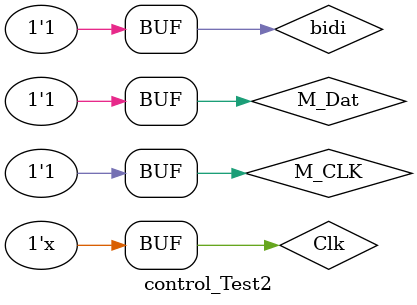
<source format=v>
`timescale 1ns / 1ps


module control_Test2;

	// Inputs
	reg Clk;
	reg M_CLK; 
	reg bidi;

	// Outputs
	wire Click;
	wire Izquierda;
	wire Derecha;
	wire Arriba;
	wire Abajo;
	wire [7:0] MagX;
	wire [7:0] MagY;
 

	// Bidirs
	wire M_Dat;

	// Instantiate the Unit Under Test (UUT)
	controlMouse uut (
		.Clk(Clk), 
		.M_CLK(M_CLK), 
		.M_Dat(M_Dat), 
		.Click(Click), 
		.Izquierda(Izquierda), 
		.Derecha(Derecha), 
		.Arriba(Arriba), 
		.Abajo(Abajo), 
		.MagX(MagX), 
		.MagY(MagY)
	);

	initial begin
		// Initialize Inputs
		Clk = 0;
		M_CLK = 1;
      bidi = 1'bZ;
		// Wait 100 ns for global reset to finish
		#10;
      
		// Add stimulus here
      M_CLK = 1; bidi = 1;		
		#10; M_CLK = 0; bidi = 0;
		#10; M_CLK = 1; bidi = 1;
		#10; M_CLK = 0; bidi = 0;/////0 1
		#1; M_CLK = 1; bidi = 0;
		#1; M_CLK = 0; bidi = 1;/////fijo
		#1; M_CLK = 1; bidi = 1;////
		#1; M_CLK = 0; bidi = 0;
		#1; M_CLK = 1; bidi = 0;
		#1; M_CLK = 0; bidi = 1;
		#1; M_CLK = 1; bidi = 1;
		#1; M_CLK = 0; bidi = 1;
		#1; M_CLK = 1; bidi = 1;
		#1; M_CLK = 0; bidi = 1;//////old 11
		#1; M_CLK = 1; bidi = 1;
		#1; M_CLK = 0; bidi = 1;
		#1; M_CLK = 1; bidi = 1;
		#1; M_CLK = 0; bidi = 1;
		#1; M_CLK = 1; bidi = 1;
		#1; M_CLK = 0; bidi = 0;
		#1; M_CLK = 1; bidi = 0;
		#1; M_CLK = 0; bidi = 0;
		#1; M_CLK = 1; bidi = 0;
		#1; M_CLK = 0; bidi = 1;//////1 11
		#1; M_CLK = 1; bidi = 1;//////1 11
		#1; M_CLK = 0; bidi = 0;//////0
		#1; M_CLK = 1; bidi = 0;
		#1; M_CLK = 0; bidi = 1;
		#1; M_CLK = 1; bidi = 1;
		#1; M_CLK = 0; bidi = 1;
		#1; M_CLK = 1; bidi = 1;
		#1; M_CLK = 0; bidi = 0;
		#1; M_CLK = 1; bidi = 0;
		#1; M_CLK = 0; bidi = 0;
		#1; M_CLK = 1; bidi = 0;
		#1; M_CLK = 0; bidi = 0;//////old 33
		#1; M_CLK = 1; bidi = 0;
		#1; M_CLK = 0; bidi = 0;
		#1; M_CLK = 1; bidi = 0;
		#1; M_CLK = 0; bidi = 0;
		#1; M_CLK = 1; bidi = 0;
		#1; M_CLK = 0; bidi = 0;
		#1; M_CLK = 1; bidi = 0;
		#1; M_CLK = 0; bidi = 0;//////1 21
		#1; M_CLK = 1; bidi = 0;//////1 21
		#1; M_CLK = 0; bidi = 1;
		#1; M_CLK = 1; bidi = 1;
		#1; M_CLK = 0; bidi = 0;
		#1; M_CLK = 1; bidi = 0;
		#1; M_CLK = 0; bidi = 1;
		#1; M_CLK = 1; bidi = 1;
		#1; M_CLK = 0; bidi = 1;
		#1; M_CLK = 1; bidi = 1;
		#1; M_CLK = 0; bidi = 0;
		#1; M_CLK = 1; bidi = 0;
		#1; M_CLK = 0; bidi = 0;
		#1; M_CLK = 1; bidi = 0;
		#1; M_CLK = 0; bidi = 0;
		#1; M_CLK = 1; bidi = 0;
		#1; M_CLK = 0; bidi = 0;
		#1; M_CLK = 1; bidi = 0;
		#1; M_CLK = 0; bidi = 0;
		#1; M_CLK = 1; bidi = 0;
		#1; M_CLK = 0; bidi = 0;
		#1; M_CLK = 1; bidi = 0;
		#1; M_CLK = 0; bidi = 0;//////1 32
		#1; M_CLK = 1; bidi = 0;//////1 32
		#1; M_CLK = 0; bidi = 0;
		#1; M_CLK = 1; bidi = 1;//////1 33                      
									 
	   #1; M_CLK = 0; bidi = 1;//////0 34
      #1; M_CLK = 1;
		
		
		
		#10; M_CLK = 0; bidi = 0;/////0 1
		#1; M_CLK = 1; bidi = 0;
		#1; M_CLK = 0; bidi = 1;/////fijo
		#1; M_CLK = 1; bidi = 1;////
		#1; M_CLK = 0; bidi = 0;
		#1; M_CLK = 1; bidi = 0;
		#1; M_CLK = 0; bidi = 1;
		#1; M_CLK = 1; bidi = 1;
		#1; M_CLK = 0; bidi = 1;
		#1; M_CLK = 1; bidi = 1;
		#1; M_CLK = 0; bidi = 1;//////old 11
		#1; M_CLK = 1; bidi = 1;
		#1; M_CLK = 0; bidi = 1;
		#1; M_CLK = 1; bidi = 1;
		#1; M_CLK = 0; bidi = 1;
		#1; M_CLK = 1; bidi = 1;
		#1; M_CLK = 0; bidi = 0;
		#1; M_CLK = 1; bidi = 0;
		#1; M_CLK = 0; bidi = 0;
		#1; M_CLK = 1; bidi = 0;
		#1; M_CLK = 0; bidi = 1;//////1 11
		#1; M_CLK = 1; bidi = 1;//////1 11
		#1; M_CLK = 0; bidi = 0;//////0
		#1; M_CLK = 1; bidi = 0;
		#1; M_CLK = 0; bidi = 1;
		#1; M_CLK = 1; bidi = 1;
		#1; M_CLK = 0; bidi = 1;
		#1; M_CLK = 1; bidi = 1;
		#1; M_CLK = 0; bidi = 1;
		#1; M_CLK = 1; bidi = 1;
		#1; M_CLK = 0; bidi = 0;
		#1; M_CLK = 1; bidi = 0;
		#1; M_CLK = 0; bidi = 0;//////old 33
		#1; M_CLK = 1; bidi = 0;
		#1; M_CLK = 0; bidi = 0;
		#1; M_CLK = 1; bidi = 0;
		#1; M_CLK = 0; bidi = 0;
		#1; M_CLK = 1; bidi = 0;
		#1; M_CLK = 0; bidi = 0;
		#1; M_CLK = 1; bidi = 0;
		#1; M_CLK = 0; bidi = 0;//////1 21
		#1; M_CLK = 1; bidi = 0;//////1 21
		#1; M_CLK = 0; bidi = 1;
		#1; M_CLK = 1; bidi = 1;
		#1; M_CLK = 0; bidi = 0;
		#1; M_CLK = 1; bidi = 0;
		#1; M_CLK = 0; bidi = 0;
		#1; M_CLK = 1; bidi = 0;
		#1; M_CLK = 0; bidi = 0;
		#1; M_CLK = 1; bidi = 0;
		#1; M_CLK = 0; bidi = 0;
		#1; M_CLK = 1; bidi = 0;
		#1; M_CLK = 0; bidi = 0;
		#1; M_CLK = 1; bidi = 0;
		#1; M_CLK = 0; bidi = 0;
		#1; M_CLK = 1; bidi = 0;
		#1; M_CLK = 0; bidi = 0;
		#1; M_CLK = 1; bidi = 0;
		#1; M_CLK = 0; bidi = 0;
		#1; M_CLK = 1; bidi = 0;
		#1; M_CLK = 0; bidi = 0;
		#1; M_CLK = 1; bidi = 0;
		#1; M_CLK = 0; bidi = 0;//////1 32
		#1; M_CLK = 1; bidi = 0;//////1 32
		#1; M_CLK = 0; bidi = 0;
		#1; M_CLK = 1; bidi = 1;//////1 33                      
									 
	   #1; M_CLK = 0; bidi = 1;//////0 34
      #1; M_CLK = 1;
	end
   assign  M_Dat = bidi; 

always
begin
#1 Clk <= ~Clk;
end  
endmodule


</source>
